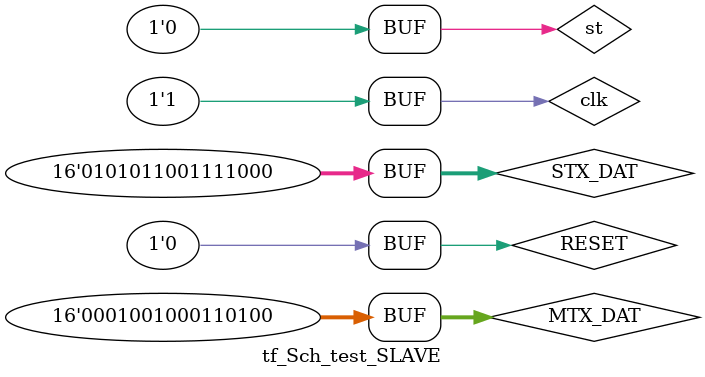
<source format=v>
`timescale 1ns / 1ps


module tf_Sch_test_SLAVE;

	// Inputs
	reg st;
	reg clk;
	reg [15:0] MTX_DAT;
	reg RESET;
	reg [15:0] STX_DAT;

	// Outputs
	wire LOAD;
	wire SCLK;
	wire MOSI;
	wire [15:0] MRX_DAT;
	wire [15:0] sr_MTX;
	wire [15:0] sr_MRX;
	wire [7:0] cb_bit;
	wire ce_tact;
	wire MISO;
	wire [15:0] sr_STX;
	wire [15:0] sr_SRX;
	wire [15:0] SRX_DAT;

	// Instantiate the Unit Under Test (UUT)
	Sch_test_SLAVE uut (
		.st(st), 
		.LOAD(LOAD), 
		.clk(clk), 
		.SCLK(SCLK), 
		.MTX_DAT(MTX_DAT), 
		.MOSI(MOSI), 
		.RESET(RESET), 
		.MRX_DAT(MRX_DAT), 
		.sr_MTX(sr_MTX), 
		.sr_MRX(sr_MRX), 
		.cb_bit(cb_bit), 
		.ce_tact(ce_tact), 
		.STX_DAT(STX_DAT), 
		.MISO(MISO), 
		.sr_STX(sr_STX), 
		.sr_SRX(sr_SRX), 
		.SRX_DAT(SRX_DAT)
	);
always begin clk=0; #10; clk=1; #10; end
	initial begin
		st = 0;	RESET = 0;	MTX_DAT = 0;			STX_DAT = 0;
#100;	st = 1;	RESET = 0;	MTX_DAT = 16'h1234;	STX_DAT = 16'h5678;
#20;	st = 0;	RESET = 0;	MTX_DAT = 16'h1234;	STX_DAT = 16'h5678;        
	end
      
endmodule


</source>
